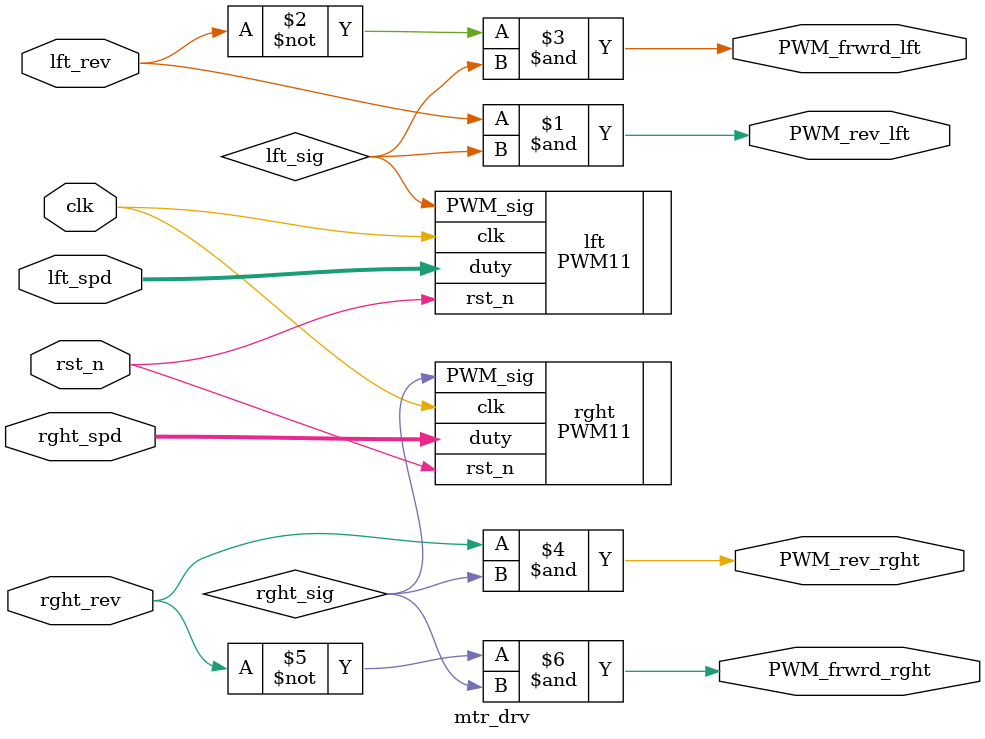
<source format=sv>
module mtr_drv(clk, rst_n, lft_spd, lft_rev, PWM_rev_lft, PWM_frwrd_lft, rght_spd, rght_rev, PWM_rev_rght, PWM_frwrd_rght);
    input clk, rst_n;
    input [10:0] lft_spd, rght_spd;
    input lft_rev, rght_rev;

    output PWM_rev_lft, PWM_frwrd_lft;
    output PWM_rev_rght, PWM_frwrd_rght;

    reg lft_sig, rght_sig;

	// Takes lft_spd/rght_spd as a duty cycle, produces PWM wave with that duty
	// PWM11 is on an 11-bit counter
    PWM11 lft(.clk(clk), .rst_n(rst_n), .duty(lft_spd), .PWM_sig(lft_sig)),
            rght(.clk(clk), .rst_n(rst_n), .duty(rght_spd), .PWM_sig(rght_sig));

	// Sets values based on if the motor should go forwards or reverse
    assign PWM_rev_lft = lft_rev & lft_sig;
    assign PWM_frwrd_lft = ~lft_rev & lft_sig;
	
	// Sets values based on if the motor should go forwards or reverse
    assign PWM_rev_rght = rght_rev & rght_sig;
    assign PWM_frwrd_rght = ~rght_rev & rght_sig;


endmodule

</source>
